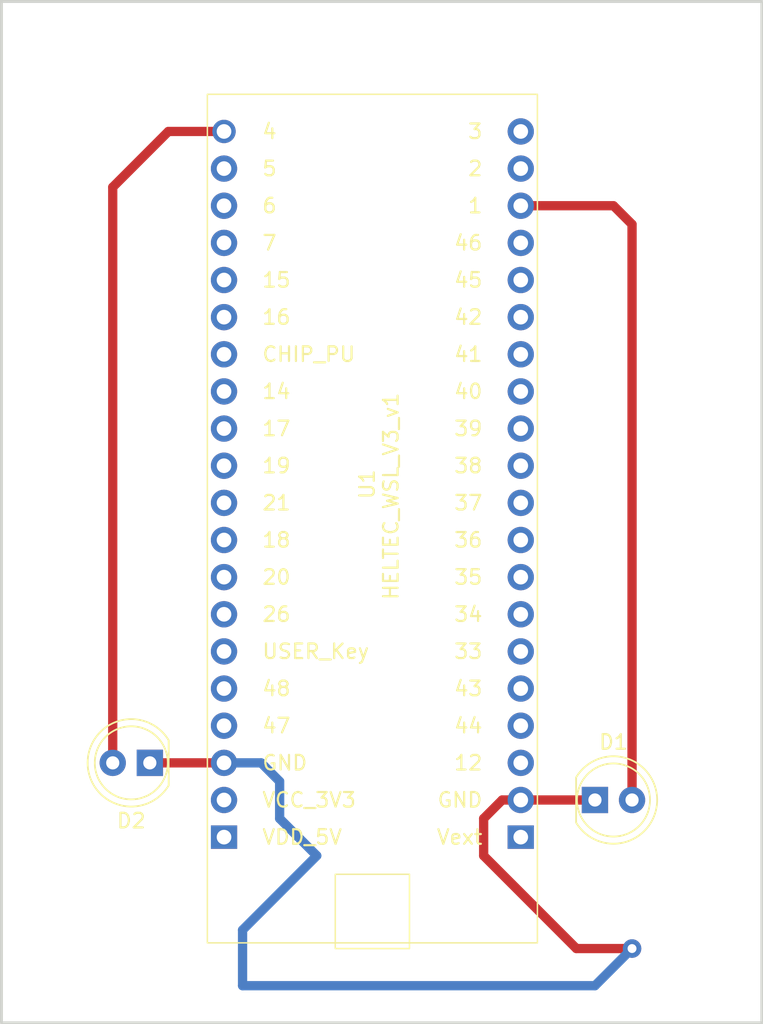
<source format=kicad_pcb>
(kicad_pcb (version 20241229) (generator "pcbnew") (generator_version "9.0")
  (layers (0 "F.Cu" signal) (2 "B.Cu" signal) (13 "F.Paste" user) (15 "B.Paste" user) (5 "F.SilkS" user "F.Silkscreen") (7 "B.SilkS" user "B.Silkscreen") (1 "F.Mask" user) (3 "B.Mask" user) (25 "Edge.Cuts" user))
  (net 0 "")
  (net 1 "GND")
  (net 2 "Net-(D1-A)")
  (net 3 "Net-(D2-A)")
  (footprint "Custom Board:Heltec_WSL_V3_v1" (layer "F.Cu") (at 93.98 72.39)
    (property "Reference" "U1" (at -0.36 -3.81 90) (layer "F.SilkS"))
    (property "Value" "Heltec_WSL_V3")
    (fp_rect (start -11.3 -30.48) (end 11.3 27.55) (stroke (width 0.1)) (fill no) (layer "F.SilkS"))
    (fp_rect (start -2.54 22.86) (end 2.54 27.94) (stroke (width 0.1)) (fill no) (layer "F.SilkS"))
    (fp_text user "39" (at 7.62 -7.62 0) (layer "F.SilkS") (effects (justify right)))
    (fp_text user "18" (at -7.62 0 0) (layer "F.SilkS") (effects (justify left)))
    (fp_text user "33" (at 7.62 7.62 0) (layer "F.SilkS") (effects (justify right)))
    (fp_text user "34" (at 7.62 5.08 0) (layer "F.SilkS") (effects (justify right)))
    (fp_text user "20" (at -7.62 2.54 0) (layer "F.SilkS") (effects (justify left)))
    (fp_text user "GND" (at 7.62 17.78 0) (layer "F.SilkS") (effects (justify right)))
    (fp_text user "16" (at -7.62 -15.24 0) (layer "F.SilkS") (effects (justify left)))
    (fp_text user "26" (at -7.62 5.08 0) (layer "F.SilkS") (effects (justify left)))
    (fp_text user "44" (at 7.62 12.7 0) (layer "F.SilkS") (effects (justify right)))
    (fp_text user "7" (at -7.62 -20.32 0) (layer "F.SilkS") (effects (justify left)))
    (fp_text user "17" (at -7.62 -7.62 0) (layer "F.SilkS") (effects (justify left)))
    (fp_text user "CHIP_PU" (at -7.62 -12.7 0) (layer "F.SilkS") (effects (justify left)))
    (fp_text user "14" (at -7.62 -10.16 0) (layer "F.SilkS") (effects (justify left)))
    (fp_text user "1" (at 7.62 -22.86 0) (layer "F.SilkS") (effects (justify right)))
    (fp_text user "21" (at -7.62 -2.54 0) (layer "F.SilkS") (effects (justify left)))
    (fp_text user "38" (at 7.62 -5.08 0) (layer "F.SilkS") (effects (justify right)))
    (fp_text user "Vext" (at 7.62 20.32 0) (layer "F.SilkS") (effects (justify right)))
    (fp_text user "15" (at -7.62 -17.78 0) (layer "F.SilkS") (effects (justify left)))
    (fp_text user "48" (at -7.62 10.16 0) (layer "F.SilkS") (effects (justify left)))
    (fp_text user "46" (at 7.62 -20.32 0) (layer "F.SilkS") (effects (justify right)))
    (fp_text user "35" (at 7.62 2.54 0) (layer "F.SilkS") (effects (justify right)))
    (fp_text user "VDD_5V" (at -7.62 20.32 0) (layer "F.SilkS") (effects (justify left)))
    (fp_text user "USER_Key" (at -7.62 7.62 0) (layer "F.SilkS") (effects (justify left)))
    (fp_text user "2" (at 7.62 -25.4 0) (layer "F.SilkS") (effects (justify right)))
    (fp_text user "5" (at -7.62 -25.4 0) (layer "F.SilkS") (effects (justify left)))
    (fp_text user "19" (at -7.62 -5.08 0) (layer "F.SilkS") (effects (justify left)))
    (fp_text user "12" (at 7.62 15.24 0) (layer "F.SilkS") (effects (justify right)))
    (fp_text user "GND" (at -7.62 15.24 0) (layer "F.SilkS") (effects (justify left)))
    (fp_text user "VCC_3V3" (at -7.62 17.78 0) (layer "F.SilkS") (effects (justify left)))
    (fp_text user "41" (at 7.62 -12.7 0) (layer "F.SilkS") (effects (justify right)))
    (fp_text user "37" (at 7.62 -2.54 0) (layer "F.SilkS") (effects (justify right)))
    (fp_text user "36" (at 7.62 0 0) (layer "F.SilkS") (effects (justify right)))
    (fp_text user "3" (at 7.62 -27.94 0) (layer "F.SilkS") (effects (justify right)))
    (fp_text user "HELTEC_WSL_V3_v1" (at 1.27 -10.16 90) (layer "F.SilkS") (effects (justify right)))
    (fp_text user "43" (at 7.62 10.16 0) (layer "F.SilkS") (effects (justify right)))
    (fp_text user "42" (at 7.62 -15.24 0) (layer "F.SilkS") (effects (justify right)))
    (fp_text user "6" (at -7.62 -22.86 0) (layer "F.SilkS") (effects (justify left)))
    (fp_text user "4" (at -7.62 -27.94 0) (layer "F.SilkS") (effects (justify left)))
    (fp_text user "45" (at 7.62 -17.78 0) (layer "F.SilkS") (effects (justify right)))
    (fp_text user "47" (at -7.62 12.7 0) (layer "F.SilkS") (effects (justify left)))
    (fp_text user "40" (at 7.62 -10.16 0) (layer "F.SilkS") (effects (justify right)))
    (pad "1" thru_hole rect (at 10.16 20.32) (size 1.8 1.6) (drill 1) (layers "*.Cu" "*.Mask"))
    (pad "2" thru_hole circle (at 10.16 17.78 270) (size 1.8 1.8) (drill 1) (layers "*.Cu" "*.Mask") (net 1 "GND"))
    (pad "3" thru_hole circle (at 10.16 15.24 270) (size 1.8 1.8) (drill 1) (layers "*.Cu" "*.Mask"))
    (pad "4" thru_hole circle (at 10.16 12.7 270) (size 1.8 1.8) (drill 1) (layers "*.Cu" "*.Mask"))
    (pad "5" thru_hole circle (at 10.16 10.16 270) (size 1.8 1.8) (drill 1) (layers "*.Cu" "*.Mask"))
    (pad "6" thru_hole circle (at 10.16 7.62 270) (size 1.8 1.8) (drill 1) (layers "*.Cu" "*.Mask"))
    (pad "7" thru_hole circle (at 10.16 5.08 270) (size 1.8 1.8) (drill 1) (layers "*.Cu" "*.Mask"))
    (pad "8" thru_hole circle (at 10.16 2.54 270) (size 1.8 1.8) (drill 1) (layers "*.Cu" "*.Mask"))
    (pad "9" thru_hole circle (at 10.16 0 270) (size 1.8 1.8) (drill 1) (layers "*.Cu" "*.Mask"))
    (pad "10" thru_hole circle (at 10.16 -2.54 270) (size 1.8 1.8) (drill 1) (layers "*.Cu" "*.Mask"))
    (pad "11" thru_hole circle (at 10.16 -5.08 270) (size 1.8 1.8) (drill 1) (layers "*.Cu" "*.Mask"))
    (pad "12" thru_hole circle (at 10.16 -7.62 270) (size 1.8 1.8) (drill 1) (layers "*.Cu" "*.Mask"))
    (pad "13" thru_hole circle (at 10.16 -10.16 270) (size 1.8 1.8) (drill 1) (layers "*.Cu" "*.Mask"))
    (pad "14" thru_hole circle (at 10.16 -12.7 270) (size 1.8 1.8) (drill 1) (layers "*.Cu" "*.Mask"))
    (pad "15" thru_hole circle (at 10.16 -15.24 270) (size 1.8 1.8) (drill 1) (layers "*.Cu" "*.Mask"))
    (pad "16" thru_hole circle (at 10.16 -17.78 270) (size 1.8 1.8) (drill 1) (layers "*.Cu" "*.Mask"))
    (pad "17" thru_hole circle (at 10.16 -20.32 270) (size 1.8 1.8) (drill 1) (layers "*.Cu" "*.Mask"))
    (pad "18" thru_hole circle (at 10.16 -22.86 270) (size 1.8 1.8) (drill 1) (layers "*.Cu" "*.Mask") (net 2 "Net-(D1-A)"))
    (pad "19" thru_hole circle (at 10.16 -25.4 270) (size 1.8 1.8) (drill 1) (layers "*.Cu" "*.Mask"))
    (pad "20" thru_hole circle (at 10.16 -27.94 270) (size 1.8 1.8) (drill 1) (layers "*.Cu" "*.Mask"))
    (pad "21" thru_hole rect (at -10.16 20.32) (size 1.8 1.6) (drill 1) (layers "*.Cu" "*.Mask"))
    (pad "22" thru_hole circle (at -10.16 17.78 270) (size 1.8 1.8) (drill 1) (layers "*.Cu" "*.Mask"))
    (pad "23" thru_hole circle (at -10.16 15.24 270) (size 1.8 1.8) (drill 1) (layers "*.Cu" "*.Mask") (net 1 "GND"))
    (pad "24" thru_hole circle (at -10.16 12.7 270) (size 1.8 1.8) (drill 1) (layers "*.Cu" "*.Mask"))
    (pad "25" thru_hole circle (at -10.16 10.16 270) (size 1.8 1.8) (drill 1) (layers "*.Cu" "*.Mask"))
    (pad "26" thru_hole circle (at -10.16 7.62 270) (size 1.8 1.8) (drill 1) (layers "*.Cu" "*.Mask"))
    (pad "27" thru_hole circle (at -10.16 5.08 270) (size 1.8 1.8) (drill 1) (layers "*.Cu" "*.Mask"))
    (pad "28" thru_hole circle (at -10.16 2.54 270) (size 1.8 1.8) (drill 1) (layers "*.Cu" "*.Mask"))
    (pad "29" thru_hole circle (at -10.16 0 270) (size 1.8 1.8) (drill 1) (layers "*.Cu" "*.Mask"))
    (pad "30" thru_hole circle (at -10.16 -2.54 270) (size 1.8 1.8) (drill 1) (layers "*.Cu" "*.Mask"))
    (pad "31" thru_hole circle (at -10.16 -5.08 270) (size 1.8 1.8) (drill 1) (layers "*.Cu" "*.Mask"))
    (pad "32" thru_hole circle (at -10.16 -7.62 270) (size 1.8 1.8) (drill 1) (layers "*.Cu" "*.Mask"))
    (pad "33" thru_hole circle (at -10.16 -10.16 270) (size 1.8 1.8) (drill 1) (layers "*.Cu" "*.Mask"))
    (pad "34" thru_hole circle (at -10.16 -12.7 270) (size 1.8 1.8) (drill 1) (layers "*.Cu" "*.Mask"))
    (pad "35" thru_hole circle (at -10.16 -15.24 270) (size 1.8 1.8) (drill 1) (layers "*.Cu" "*.Mask"))
    (pad "36" thru_hole circle (at -10.16 -17.78 270) (size 1.8 1.8) (drill 1) (layers "*.Cu" "*.Mask"))
    (pad "37" thru_hole circle (at -10.16 -20.32 270) (size 1.8 1.8) (drill 1) (layers "*.Cu" "*.Mask"))
    (pad "38" thru_hole circle (at -10.16 -22.86 270) (size 1.8 1.8) (drill 1) (layers "*.Cu" "*.Mask"))
    (pad "39" thru_hole circle (at -10.16 -25.4 270) (size 1.8 1.8) (drill 1) (layers "*.Cu" "*.Mask"))
    (pad "40" thru_hole circle (at -10.16 -27.94 270) (size 1.6 1.6) (drill 1) (layers "*.Cu" "*.Mask") (net 3 "Net-(D2-A)"))
  )
  (footprint "LED_THT:LED_D5.0mm" (layer "F.Cu") (at 109.22 90.17)
    (property "Reference" "D1" (at 1.27 -3.96 0) (layer "F.SilkS"))
    (property "Value" "LED")
    (fp_line (start -1.29 -1.545) (end -1.29 1.545) (stroke (width 0.12)) (layer "F.SilkS"))
    (fp_arc (start -1.29 -1.54483) (mid 2.071779 -2.880495) (end 4.26 0) (stroke (width 0.12)) (layer "F.SilkS"))
    (fp_arc (start 4.26 0) (mid 2.071779 2.880495) (end -1.29 1.54483) (stroke (width 0.12)) (layer "F.SilkS"))
    (fp_circle (center 1.27 0) (end 3.77 0) (stroke (width 0.12)) (fill no) (layer "F.SilkS"))
    (pad "1" thru_hole rect (at 0 0) (size 1.8 1.8) (drill 0.9) (layers "*.Cu" "*.Mask") (net 1 "GND"))
    (pad "2" thru_hole circle (at 2.54 0) (size 1.8 1.8) (drill 0.9) (layers "*.Cu" "*.Mask") (net 2 "Net-(D1-A)"))
  )
  (footprint "LED_THT:LED_D5.0mm" (layer "F.Cu") (at 78.74 87.63 180)
    (property "Reference" "D2" (at 1.27 -3.96 0) (layer "F.SilkS"))
    (property "Value" "LED")
    (fp_line (start -1.29 -1.545) (end -1.29 1.545) (stroke (width 0.12)) (layer "F.SilkS"))
    (fp_arc (start 4.26 0) (mid 2.071779 2.880495) (end -1.29 1.54483) (stroke (width 0.12)) (layer "F.SilkS"))
    (fp_arc (start -1.29 -1.54483) (mid 2.071779 -2.880495) (end 4.26 0) (stroke (width 0.12)) (layer "F.SilkS"))
    (fp_circle (center 1.27 0) (end 3.77 0) (stroke (width 0.12)) (fill no) (layer "F.SilkS"))
    (pad "1" thru_hole rect (at 0 0 180) (size 1.8 1.8) (drill 0.9) (layers "*.Cu" "*.Mask") (net 1 "GND"))
    (pad "2" thru_hole circle (at 2.54 0 180) (size 1.8 1.8) (drill 0.9) (layers "*.Cu" "*.Mask") (net 3 "Net-(D2-A)"))
  )
  (gr_rect (start 68.58 35.56) (end 120.65 105.41) (stroke (width 0.2)) (fill no) (layer "Edge.Cuts"))
  (segment (start 101.6 93.98) (end 107.95 100.33) (width 0.635) (layer "F.Cu") (net 1))
  (segment (start 109.22 90.17) (end 104.14 90.17) (width 0.635) (layer "F.Cu") (net 1))
  (segment (start 107.95 100.33) (end 111.76 100.33) (width 0.635) (layer "F.Cu") (net 1))
  (segment (start 102.867208 90.17) (end 101.6 91.437208) (width 0.635) (layer "F.Cu") (net 1))
  (segment (start 78.74 87.63) (end 83.82 87.63) (width 0.635) (layer "F.Cu") (net 1))
  (segment (start 101.6 91.437208) (end 101.6 93.98) (width 0.635) (layer "F.Cu") (net 1))
  (segment (start 104.14 90.17) (end 102.867208 90.17) (width 0.635) (layer "F.Cu") (net 1))
  (via (at 111.76 100.33) (size 1.27) (drill 0.6096) (layers "F.Cu" "B.Cu") (net 1))
  (segment (start 109.22 102.87) (end 85.09 102.87) (width 0.635) (layer "B.Cu") (net 1))
  (segment (start 86.36 87.63) (end 83.82 87.63) (width 0.635) (layer "B.Cu") (net 1))
  (segment (start 111.76 100.33) (end 109.22 102.87) (width 0.635) (layer "B.Cu") (net 1))
  (segment (start 85.09 102.87) (end 85.09 99.06) (width 0.635) (layer "B.Cu") (net 1))
  (segment (start 87.63 91.44) (end 87.63 88.9) (width 0.635) (layer "B.Cu") (net 1))
  (segment (start 90.17 93.98) (end 87.63 91.44) (width 0.635) (layer "B.Cu") (net 1))
  (segment (start 85.09 99.06) (end 90.17 93.98) (width 0.635) (layer "B.Cu") (net 1))
  (segment (start 87.63 88.9) (end 86.36 87.63) (width 0.635) (layer "B.Cu") (net 1))
  (segment (start 111.76 90.17) (end 111.76 50.8) (width 0.635) (layer "F.Cu") (net 2))
  (segment (start 110.49 49.53) (end 104.14 49.53) (width 0.635) (layer "F.Cu") (net 2))
  (segment (start 111.76 50.8) (end 110.49 49.53) (width 0.635) (layer "F.Cu") (net 2))
  (segment (start 76.2 48.26) (end 76.2 87.63) (width 0.635) (layer "F.Cu") (net 3))
  (segment (start 83.82 44.45) (end 80.01 44.45) (width 0.635) (layer "F.Cu") (net 3))
  (segment (start 80.01 44.45) (end 76.2 48.26) (width 0.635) (layer "F.Cu") (net 3))
)
</source>
